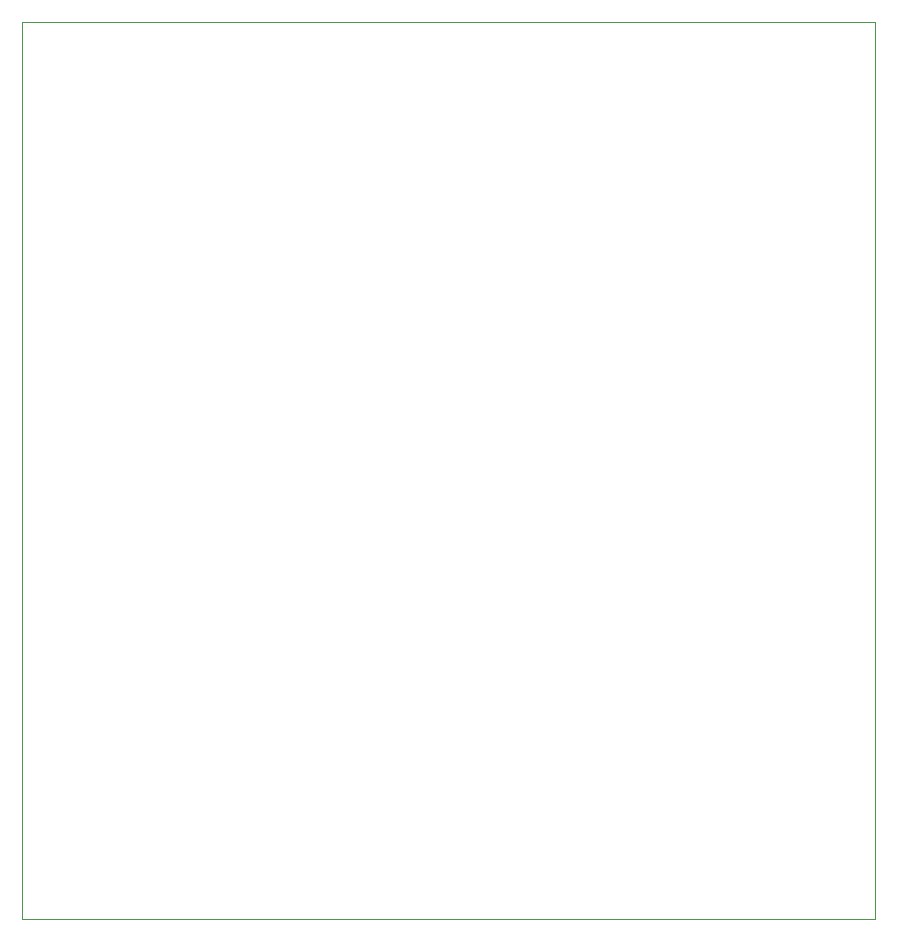
<source format=gm1>
%TF.GenerationSoftware,KiCad,Pcbnew,8.0.5*%
%TF.CreationDate,2024-10-20T15:20:27-04:00*%
%TF.ProjectId,Jetson_Extension_Board,4a657473-6f6e-45f4-9578-74656e73696f,rev?*%
%TF.SameCoordinates,Original*%
%TF.FileFunction,Profile,NP*%
%FSLAX46Y46*%
G04 Gerber Fmt 4.6, Leading zero omitted, Abs format (unit mm)*
G04 Created by KiCad (PCBNEW 8.0.5) date 2024-10-20 15:20:27*
%MOMM*%
%LPD*%
G01*
G04 APERTURE LIST*
%TA.AperFunction,Profile*%
%ADD10C,0.050000*%
%TD*%
G04 APERTURE END LIST*
D10*
X108458000Y-84963000D02*
X180721000Y-84963000D01*
X180721000Y-160909000D01*
X108458000Y-160909000D01*
X108458000Y-84963000D01*
M02*

</source>
